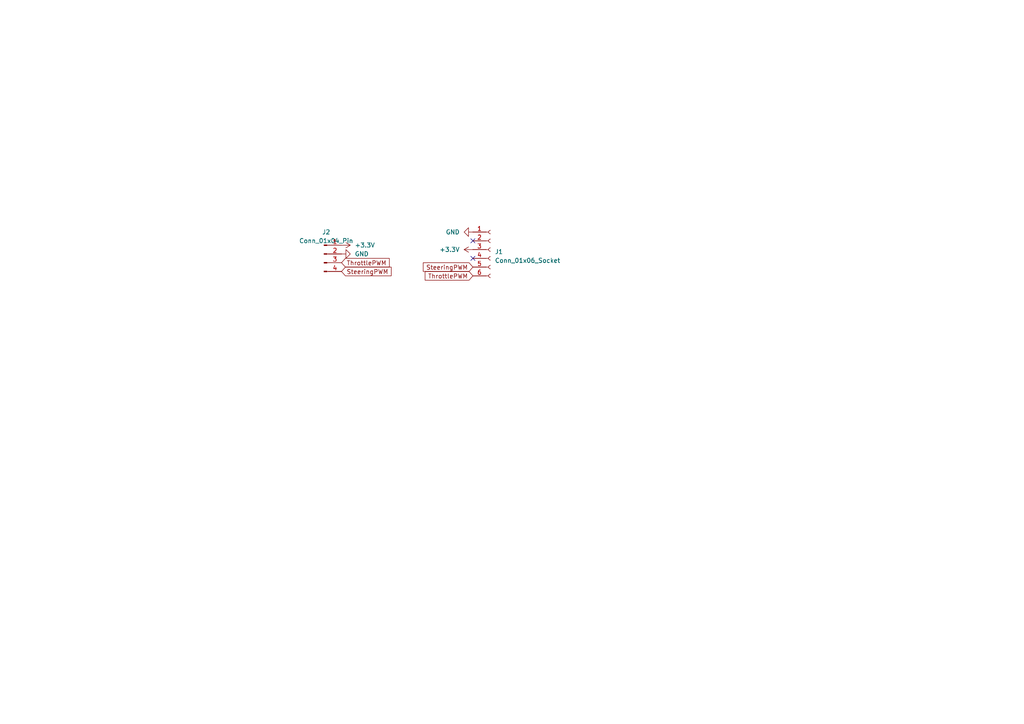
<source format=kicad_sch>
(kicad_sch (version 20230121) (generator eeschema)
  (paper "A4")
  (lib_symbols
    (symbol "Connector:Conn_01x04_Pin" (pin_names (offset 1.016) hide)
      (property "Reference" "J" (at 0 5.08 0))
      (property "Value" "Conn_01x04_Pin" (at 0 -7.62 0))
      (symbol "Conn_01x04_Pin_1_1"
        (polyline (pts (xy 1.27 -5.08) (xy 0.8636 -5.08)) (stroke (width 0.1524)))
        (polyline (pts (xy 1.27 -2.54) (xy 0.8636 -2.54)) (stroke (width 0.1524)))
        (polyline (pts (xy 1.27 0) (xy 0.8636 0)) (stroke (width 0.1524)))
        (polyline (pts (xy 1.27 2.54) (xy 0.8636 2.54)) (stroke (width 0.1524)))
        (rectangle (start 0.8636 -4.953) (end 0 -5.207) (stroke (width 0.1524)) (fill (type outline)))
        (rectangle (start 0.8636 -2.413) (end 0 -2.667) (stroke (width 0.1524)) (fill (type outline)))
        (rectangle (start 0.8636 0.127) (end 0 -0.127) (stroke (width 0.1524)) (fill (type outline)))
        (rectangle (start 0.8636 2.667) (end 0 2.413) (stroke (width 0.1524)) (fill (type outline)))
        (pin passive line (at 5.08 2.54 180) (length 3.81) (name "Pin_1") (number "1"))
        (pin passive line (at 5.08 0 180) (length 3.81) (name "Pin_2") (number "2"))
        (pin passive line (at 5.08 -2.54 180) (length 3.81) (name "Pin_3") (number "3"))
        (pin passive line (at 5.08 -5.08 180) (length 3.81) (name "Pin_4") (number "4"))
      )
    )
    (symbol "Connector:Conn_01x06_Socket" (pin_names (offset 1.016) hide)
      (property "Reference" "J" (at 0 7.62 0))
      (property "Value" "Conn_01x06_Socket" (at 0 -10.16 0))
      (symbol "Conn_01x06_Socket_1_1"
        (arc (start 0 -7.112) (mid -0.5058 -7.62) (end 0 -8.128) (stroke (width 0.1524)))
        (arc (start 0 -4.572) (mid -0.5058 -5.08) (end 0 -5.588) (stroke (width 0.1524)))
        (arc (start 0 -2.032) (mid -0.5058 -2.54) (end 0 -3.048) (stroke (width 0.1524)))
        (polyline (pts (xy -1.27 -7.62) (xy -0.508 -7.62)) (stroke (width 0.1524)))
        (polyline (pts (xy -1.27 -5.08) (xy -0.508 -5.08)) (stroke (width 0.1524)))
        (polyline (pts (xy -1.27 -2.54) (xy -0.508 -2.54)) (stroke (width 0.1524)))
        (polyline (pts (xy -1.27 0) (xy -0.508 0)) (stroke (width 0.1524)))
        (polyline (pts (xy -1.27 2.54) (xy -0.508 2.54)) (stroke (width 0.1524)))
        (polyline (pts (xy -1.27 5.08) (xy -0.508 5.08)) (stroke (width 0.1524)))
        (arc (start 0 0.508) (mid -0.5058 0) (end 0 -0.508) (stroke (width 0.1524)))
        (arc (start 0 3.048) (mid -0.5058 2.54) (end 0 2.032) (stroke (width 0.1524)))
        (arc (start 0 5.588) (mid -0.5058 5.08) (end 0 4.572) (stroke (width 0.1524)))
        (pin passive line (at -5.08 5.08 0) (length 3.81) (name "Pin_1") (number "1"))
        (pin passive line (at -5.08 2.54 0) (length 3.81) (name "Pin_2") (number "2"))
        (pin passive line (at -5.08 0 0) (length 3.81) (name "Pin_3") (number "3"))
        (pin passive line (at -5.08 -2.54 0) (length 3.81) (name "Pin_4") (number "4"))
        (pin passive line (at -5.08 -5.08 0) (length 3.81) (name "Pin_5") (number "5"))
        (pin passive line (at -5.08 -7.62 0) (length 3.81) (name "Pin_6") (number "6"))
      )
    )
    (symbol "power:+3.3V" (power) (pin_names (offset 0))
      (property "Value" "+3.3V" (at 0 3.556 0))
      (symbol "+3.3V_0_1"
        (polyline (pts (xy -0.762 1.27) (xy 0 2.54)))
        (polyline (pts (xy 0 0) (xy 0 2.54)))
        (polyline (pts (xy 0 2.54) (xy 0.762 1.27)))
      )
      (symbol "+3.3V_1_1"
        (pin power_in line (at 0 0 90) (length 0) hide (name "+3.3V") (number "1"))
      )
    )
    (symbol "power:GND" (power) (pin_names (offset 0))
      (property "Value" "GND" (at 0 -3.81 0))
      (symbol "GND_0_1"
        (polyline (pts (xy 0 0) (xy 0 -1.27) (xy 1.27 -1.27) (xy 0 -2.54) (xy -1.27 -1.27) (xy 0 -1.27)))
      )
      (symbol "GND_1_1"
        (pin power_in line (at 0 0 270) (length 0) hide (name "GND") (number "1"))
      )
    )
  )
  (no_connect (at 137.16 74.93))
  (no_connect (at 137.16 69.85))
  (global_label "SteeringPWM" (shape input) (at 137.16 77.47 180) (property "Intersheetrefs" "${INTERSHEET_REFS}" (effects hide)))
  (global_label "SteeringPWM" (shape input) (at 99.06 78.74 0) (property "Intersheetrefs" "${INTERSHEET_REFS}" (effects hide)))
  (global_label "ThrottlePWM" (shape input) (at 137.16 80.01 180) (property "Intersheetrefs" "${INTERSHEET_REFS}" (effects hide)))
  (global_label "ThrottlePWM" (shape input) (at 99.06 76.2 0) (property "Intersheetrefs" "${INTERSHEET_REFS}" (effects hide)))
  (symbol (lib_id "power:GND") (at 137.16 67.31 270) (unit 1)
    (property "Reference" "#PWR02" (effects hide))
    (property "Value" "GND" (at 133.35 67.31 90) (effects (justify right)))
  )
  (symbol (lib_id "power:+3.3V") (at 99.06 71.12 270) (unit 1)
    (property "Reference" "#PWR03" (effects hide))
    (property "Value" "+3.3V" (at 102.87 71.12 90) (effects (justify left)))
  )
  (symbol (lib_id "power:+3.3V") (at 137.16 72.39 90) (unit 1)
    (property "Reference" "#PWR01" (effects hide))
    (property "Value" "+3.3V" (at 133.35 72.39 90) (effects (justify left)))
  )
  (symbol (lib_id "power:GND") (at 99.06 73.66 90) (unit 1)
    (property "Reference" "#PWR04" (effects hide))
    (property "Value" "GND" (at 102.87 73.66 90) (effects (justify right)))
  )
  (symbol (lib_id "Connector:Conn_01x04_Pin") (at 93.98 73.66 0) (unit 1)
    (property "Reference" "J2" (at 94.615 67.31 0))
    (property "Value" "Conn_01x04_Pin" (at 94.615 69.85 0))
    (property "Footprint" "Connector_JST:JST_XH_B4B-XH-A_1x04_P2.50mm_Vertical" (effects hide))
  )
  (symbol (lib_id "Connector:Conn_01x06_Socket") (at 142.24 72.39 0) (unit 1)
    (property "Reference" "J1" (at 143.51 73.025 0) (effects (justify left)))
    (property "Value" "Conn_01x06_Socket" (at 143.51 75.565 0) (effects (justify left)))
    (property "Footprint" "Connector_PinSocket_2.54mm:PinSocket_2x03_P2.54mm_Vertical" (effects hide))
  )
)
</source>
